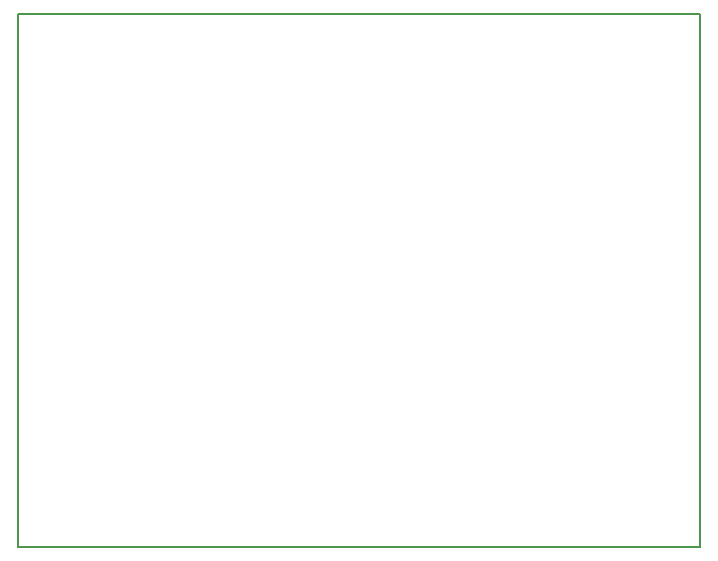
<source format=gko>
G04 DipTrace 3.0.0.2*
G04 C64cart.GKO*
%MOMM*%
G04 #@! TF.FileFunction,Profile*
G04 #@! TF.Part,Single*
%ADD11C,0.14*%
%FSLAX35Y35*%
G04*
G71*
G90*
G75*
G01*
G04 BoardOutline*
%LPD*%
X1000800Y1000800D2*
D11*
Y5509300D1*
X6779300D1*
Y1000800D1*
X1000800D1*
Y1953241D2*
Y1000800D1*
X6779300D1*
Y1953241D1*
M02*

</source>
